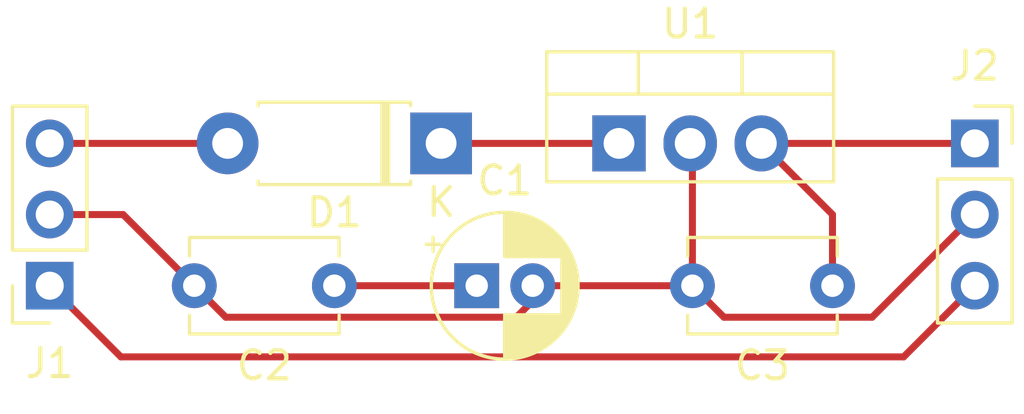
<source format=kicad_pcb>
(kicad_pcb (version 20211014) (generator pcbnew)
  (layers (0 "F.Cu" signal) (31 "B.Cu" signal) (34 "B.Paste" user) (35 "F.Paste" user) (36 "B.SilkS" user "B.Silkscreen") (37 "F.SilkS" user "F.Silkscreen") (38 "B.Mask" user) (39 "F.Mask" user) (44 "Edge.Cuts" user))
  (net 0 "")
  (net 1 "Net-(U1-Pad1)")
  (net 2 "Net-(J1-Pad2)")
  (net 3 "Net-(C3-Pad1)")
  (net 4 "Net-(J1-Pad3)")
  (net 5 "Net-(J1-Pad1)")
  (footprint "Capacitor_THT:CP_Radial_D5.0mm_P2.00mm" (layer "F.Cu") (at 101.6 43.18)
    (fp_text reference "C1" (at 1 -3.75) (layer "F.SilkS"))
    (fp_text value "10uF")
    (fp_line (start 2.561 -2.065) (end 2.561 -1.04) (layer "F.SilkS") (width 0.12))
    (fp_line (start 2.041 -2.365) (end 2.041 -1.04) (layer "F.SilkS") (width 0.12))
    (fp_line (start 2.361 1.04) (end 2.361 2.2) (layer "F.SilkS") (width 0.12))
    (fp_line (start 1.32 1.04) (end 1.32 2.561) (layer "F.SilkS") (width 0.12))
    (fp_line (start 2.041 1.04) (end 2.041 2.365) (layer "F.SilkS") (width 0.12))
    (fp_line (start 1.6 1.04) (end 1.6 2.511) (layer "F.SilkS") (width 0.12))
    (fp_line (start 1.48 1.04) (end 1.48 2.536) (layer "F.SilkS") (width 0.12))
    (fp_line (start 1.961 1.04) (end 1.961 2.398) (layer "F.SilkS") (width 0.12))
    (fp_line (start 2.801 1.04) (end 2.801 1.864) (layer "F.SilkS") (width 0.12))
    (fp_line (start 2.761 -1.901) (end 2.761 -1.04) (layer "F.SilkS") (width 0.12))
    (fp_line (start 1.56 1.04) (end 1.56 2.52) (layer "F.SilkS") (width 0.12))
    (fp_line (start 1.6 -2.511) (end 1.6 -1.04) (layer "F.SilkS") (width 0.12))
    (fp_line (start 1.921 -2.414) (end 1.921 -1.04) (layer "F.SilkS") (width 0.12))
    (fp_line (start 3.001 -1.653) (end 3.001 -1.04) (layer "F.SilkS") (width 0.12))
    (fp_line (start 1 1.04) (end 1 2.58) (layer "F.SilkS") (width 0.12))
    (fp_line (start 1.721 1.04) (end 1.721 2.48) (layer "F.SilkS") (width 0.12))
    (fp_line (start 3.441 -0.915) (end 3.441 0.915) (layer "F.SilkS") (width 0.12))
    (fp_line (start 3.041 -1.605) (end 3.041 1.605) (layer "F.SilkS") (width 0.12))
    (fp_line (start 1.44 -2.543) (end 1.44 -1.04) (layer "F.SilkS") (width 0.12))
    (fp_line (start 3.561 -0.518) (end 3.561 0.518) (layer "F.SilkS") (width 0.12))
    (fp_line (start 1.761 -2.468) (end 1.761 -1.04) (layer "F.SilkS") (width 0.12))
    (fp_line (start 1.841 -2.442) (end 1.841 -1.04) (layer "F.SilkS") (width 0.12))
    (fp_line (start 3.081 -1.554) (end 3.081 1.554) (layer "F.SilkS") (width 0.12))
    (fp_line (start 1.04 1.04) (end 1.04 2.58) (layer "F.SilkS") (width 0.12))
    (fp_line (start 1.32 -2.561) (end 1.32 -1.04) (layer "F.SilkS") (width 0.12))
    (fp_line (start 1.801 1.04) (end 1.801 2.455) (layer "F.SilkS") (width 0.12))
    (fp_line (start 1.56 -2.52) (end 1.56 -1.04) (layer "F.SilkS") (width 0.12))
    (fp_line (start 3.281 -1.251) (end 3.281 1.251) (layer "F.SilkS") (width 0.12))
    (fp_line (start 1.64 -2.501) (end 1.64 -1.04) (layer "F.SilkS") (width 0.12))
    (fp_line (start 3.321 -1.178) (end 3.321 1.178) (layer "F.SilkS") (width 0.12))
    (fp_line (start 2.481 -2.122) (end 2.481 -1.04) (layer "F.SilkS") (width 0.12))
    (fp_line (start 2.201 -2.29) (end 2.201 -1.04) (layer "F.SilkS") (width 0.12))
    (fp_line (start 2.801 -1.864) (end 2.801 -1.04) (layer "F.SilkS") (width 0.12))
    (fp_line (start 2.761 1.04) (end 2.761 1.901) (layer "F.SilkS") (width 0.12))
    (fp_line (start 1.12 -2.578) (end 1.12 -1.04) (layer "F.SilkS") (width 0.12))
    (fp_line (start 1.24 -2.569) (end 1.24 -1.04) (layer "F.SilkS") (width 0.12))
    (fp_line (start 3.201 -1.383) (end 3.201 1.383) (layer "F.SilkS") (width 0.12))
    (fp_line (start 3.241 -1.319) (end 3.241 1.319) (layer "F.SilkS") (width 0.12))
    (fp_line (start 2.881 1.04) (end 2.881 1.785) (layer "F.SilkS") (width 0.12))
    (fp_line (start 2.921 1.04) (end 2.921 1.743) (layer "F.SilkS") (width 0.12))
    (fp_line (start 1.801 -2.455) (end 1.801 -1.04) (layer "F.SilkS") (width 0.12))
    (fp_line (start 1.4 1.04) (end 1.4 2.55) (layer "F.SilkS") (width 0.12))
    (fp_line (start 2.601 -2.035) (end 2.601 -1.04) (layer "F.SilkS") (width 0.12))
    (fp_line (start 2.081 -2.348) (end 2.081 -1.04) (layer "F.SilkS") (width 0.12))
    (fp_line (start 2.881 -1.785) (end 2.881 -1.04) (layer "F.SilkS") (width 0.12))
    (fp_line (start 1.44 1.04) (end 1.44 2.543) (layer "F.SilkS") (width 0.12))
    (fp_line (start -1.554775 -1.725) (end -1.554775 -1.225) (layer "F.SilkS") (width 0.12))
    (fp_line (start 2.321 -2.224) (end 2.321 -1.04) (layer "F.SilkS") (width 0.12))
    (fp_line (start 1.2 -2.573) (end 1.2 -1.04) (layer "F.SilkS") (width 0.12))
    (fp_line (start 3.001 1.04) (end 3.001 1.653) (layer "F.SilkS") (width 0.12))
    (fp_line (start 2.001 -2.382) (end 2.001 -1.04) (layer "F.SilkS") (width 0.12))
    (fp_line (start 1.52 -2.528) (end 1.52 -1.04) (layer "F.SilkS") (width 0.12))
    (fp_line (start 1.721 -2.48) (end 1.721 -1.04) (layer "F.SilkS") (width 0.12))
    (fp_line (start 3.401 -1.011) (end 3.401 1.011) (layer "F.SilkS") (width 0.12))
    (fp_line (start 2.561 1.04) (end 2.561 2.065) (layer "F.SilkS") (width 0.12))
    (fp_line (start 2.721 1.04) (end 2.721 1.937) (layer "F.SilkS") (width 0.12))
    (fp_line (start 2.001 1.04) (end 2.001 2.382) (layer "F.SilkS") (width 0.12))
    (fp_line (start 2.241 1.04) (end 2.241 2.268) (layer "F.SilkS") (width 0.12))
    (fp_line (start 2.281 1.04) (end 2.281 2.247) (layer "F.SilkS") (width 0.12))
    (fp_line (start 2.121 1.04) (end 2.121 2.329) (layer "F.SilkS") (width 0.12))
    (fp_line (start -1.804775 -1.475) (end -1.304775 -1.475) (layer "F.SilkS") (width 0.12))
    (fp_line (start 2.401 1.04) (end 2.401 2.175) (layer "F.SilkS") (width 0.12))
    (fp_line (start 2.521 -2.095) (end 2.521 -1.04) (layer "F.SilkS") (width 0.12))
    (fp_line (start 3.481 -0.805) (end 3.481 0.805) (layer "F.SilkS") (width 0.12))
    (fp_line (start 1.12 1.04) (end 1.12 2.578) (layer "F.SilkS") (width 0.12))
    (fp_line (start 2.681 1.04) (end 2.681 1.971) (layer "F.SilkS") (width 0.12))
    (fp_line (start 2.721 -1.937) (end 2.721 -1.04) (layer "F.SilkS") (width 0.12))
    (fp_line (start 2.961 1.04) (end 2.961 1.699) (layer "F.SilkS") (width 0.12))
    (fp_line (start 2.161 -2.31) (end 2.161 -1.04) (layer "F.SilkS") (width 0.12))
    (fp_line (start 1.16 -2.576) (end 1.16 -1.04) (layer "F.SilkS") (width 0.12))
    (fp_line (start 1.08 1.04) (end 1.08 2.579) (layer "F.SilkS") (width 0.12))
    (fp_line (start 1.961 -2.398) (end 1.961 -1.04) (layer "F.SilkS") (width 0.12))
    (fp_line (start 3.161 -1.443) (end 3.161 1.443) (layer "F.SilkS") (width 0.12))
    (fp_line (start 1.36 1.04) (end 1.36 2.556) (layer "F.SilkS") (width 0.12))
    (fp_line (start 2.321 1.04) (end 2.321 2.224) (layer "F.SilkS") (width 0.12))
    (fp_line (start 2.521 1.04) (end 2.521 2.095) (layer "F.SilkS") (width 0.12))
    (fp_line (start 2.961 -1.699) (end 2.961 -1.04) (layer "F.SilkS") (width 0.12))
    (fp_line (start 1.881 -2.428) (end 1.881 -1.04) (layer "F.SilkS") (width 0.12))
    (fp_line (start 3.601 -0.284) (end 3.601 0.284) (layer "F.SilkS") (width 0.12))
    (fp_line (start 1.2 1.04) (end 1.2 2.573) (layer "F.SilkS") (width 0.12))
    (fp_line (start 2.641 1.04) (end 2.641 2.004) (layer "F.SilkS") (width 0.12))
    (fp_line (start 3.361 -1.098) (end 3.361 1.098) (layer "F.SilkS") (width 0.12))
    (fp_line (start 1.64 1.04) (end 1.64 2.501) (layer "F.SilkS") (width 0.12))
    (fp_line (start 1.48 -2.536) (end 1.48 -1.04) (layer "F.SilkS") (width 0.12))
    (fp_line (start 3.121 -1.5) (end 3.121 1.5) (layer "F.SilkS") (width 0.12))
    (fp_line (start 1.881 1.04) (end 1.881 2.428) (layer "F.SilkS") (width 0.12))
    (fp_line (start 1.28 -2.565) (end 1.28 -1.04) (layer "F.SilkS") (width 0.12))
    (fp_line (start 2.841 -1.826) (end 2.841 -1.04) (layer "F.SilkS") (width 0.12))
    (fp_line (start 2.481 1.04) (end 2.481 2.122) (layer "F.SilkS") (width 0.12))
    (fp_line (start 2.121 -2.329) (end 2.121 -1.04) (layer "F.SilkS") (width 0.12))
    (fp_line (start 2.641 -2.004) (end 2.641 -1.04) (layer "F.SilkS") (width 0.12))
    (fp_line (start 2.241 -2.268) (end 2.241 -1.04) (layer "F.SilkS") (width 0.12))
    (fp_line (start 1.28 1.04) (end 1.28 2.565) (layer "F.SilkS") (width 0.12))
    (fp_line (start 1.16 1.04) (end 1.16 2.576) (layer "F.SilkS") (width 0.12))
    (fp_line (start 1.921 1.04) (end 1.921 2.414) (layer "F.SilkS") (width 0.12))
    (fp_line (start 2.601 1.04) (end 2.601 2.035) (layer "F.SilkS") (width 0.12))
    (fp_line (start 1.24 1.04) (end 1.24 2.569) (layer "F.SilkS") (width 0.12))
    (fp_line (start 1 -2.58) (end 1 -1.04) (layer "F.SilkS") (width 0.12))
    (fp_line (start 2.161 1.04) (end 2.161 2.31) (layer "F.SilkS") (width 0.12))
    (fp_line (start 2.201 1.04) (end 2.201 2.29) (layer "F.SilkS") (width 0.12))
    (fp_line (start 2.361 -2.2) (end 2.361 -1.04) (layer "F.SilkS") (width 0.12))
    (fp_line (start 2.081 1.04) (end 2.081 2.348) (layer "F.SilkS") (width 0.12))
    (fp_line (start 1.52 1.04) (end 1.52 2.528) (layer "F.SilkS") (width 0.12))
    (fp_line (start 1.36 -2.556) (end 1.36 -1.04) (layer "F.SilkS") (width 0.12))
    (fp_line (start 3.521 -0.677) (end 3.521 0.677) (layer "F.SilkS") (width 0.12))
    (fp_line (start 2.441 1.04) (end 2.441 2.149) (layer "F.SilkS") (width 0.12))
    (fp_line (start 1.08 -2.579) (end 1.08 -1.04) (layer "F.SilkS") (width 0.12))
    (fp_line (start 2.441 -2.149) (end 2.441 -1.04) (layer "F.SilkS") (width 0.12))
    (fp_line (start 2.401 -2.175) (end 2.401 -1.04) (layer "F.SilkS") (width 0.12))
    (fp_line (start 1.761 1.04) (end 1.761 2.468) (layer "F.SilkS") (width 0.12))
    (fp_line (start 1.68 1.04) (end 1.68 2.491) (layer "F.SilkS") (width 0.12))
    (fp_line (start 2.281 -2.247) (end 2.281 -1.04) (layer "F.SilkS") (width 0.12))
    (fp_line (start 2.681 -1.971) (end 2.681 -1.04) (layer "F.SilkS") (width 0.12))
    (fp_line (start 1.68 -2.491) (end 1.68 -1.04) (layer "F.SilkS") (width 0.12))
    (fp_line (start 2.841 1.04) (end 2.841 1.826) (layer "F.SilkS") (width 0.12))
    (fp_line (start 2.921 -1.743) (end 2.921 -1.04) (layer "F.SilkS") (width 0.12))
    (fp_line (start 1.4 -2.55) (end 1.4 -1.04) (layer "F.SilkS") (width 0.12))
    (fp_line (start 1.841 1.04) (end 1.841 2.442) (layer "F.SilkS") (width 0.12))
    (fp_line (start 1.04 -2.58) (end 1.04 -1.04) (layer "F.SilkS") (width 0.12))
    (fp_circle (center 1 0) (end 3.62 0) (layer "F.SilkS") (width 0.12) (fill none))
    (pad "1" thru_hole rect locked (at 0 0) (size 1.6 1.6) (drill 0.8) (layers *.Cu *.Mask) (net 1 "Net-(U1-Pad1)"))
    (pad "2" thru_hole circle locked (at 2 0) (size 1.6 1.6) (drill 0.8) (layers *.Cu *.Mask) (net 2 "Net-(J1-Pad2)"))
  )
  (footprint "Connector_PinSocket_2.54mm:PinSocket_1x03_P2.54mm_Vertical" (layer "F.Cu") (at 86.36 43.18 180)
    (fp_text reference "J1" (at 0 -2.77) (layer "F.SilkS"))
    (fp_text value "In")
    (fp_line (start 0 -1.33) (end 1.33 -1.33) (layer "F.SilkS") (width 0.12))
    (fp_line (start 1.33 1.27) (end 1.33 6.41) (layer "F.SilkS") (width 0.12))
    (fp_line (start -1.33 1.27) (end -1.33 6.41) (layer "F.SilkS") (width 0.12))
    (fp_line (start 1.33 -1.33) (end 1.33 0) (layer "F.SilkS") (width 0.12))
    (fp_line (start -1.33 6.41) (end 1.33 6.41) (layer "F.SilkS") (width 0.12))
    (fp_line (start -1.33 1.27) (end 1.33 1.27) (layer "F.SilkS") (width 0.12))
    (pad "1" thru_hole rect locked (at 0 0 180) (size 1.7 1.7) (drill 1) (layers *.Cu *.Mask) (net 5 "Net-(J1-Pad1)"))
    (pad "2" thru_hole oval locked (at 0 2.54 180) (size 1.7 1.7) (drill 1) (layers *.Cu *.Mask) (net 2 "Net-(J1-Pad2)"))
    (pad "3" thru_hole oval locked (at 0 5.08 180) (size 1.7 1.7) (drill 1) (layers *.Cu *.Mask) (net 4 "Net-(J1-Pad3)"))
  )
  (footprint "Capacitor_THT:C_Disc_D5.1mm_W3.2mm_P5.00mm" (layer "F.Cu") (at 96.52 43.18 180)
    (fp_text reference "C2" (at 2.5 -2.85) (layer "F.SilkS"))
    (fp_text value "100nF")
    (fp_line (start -0.17 -1.721) (end 5.17 -1.721) (layer "F.SilkS") (width 0.12))
    (fp_line (start -0.17 1.055) (end -0.17 1.721) (layer "F.SilkS") (width 0.12))
    (fp_line (start -0.17 -1.721) (end -0.17 -1.055) (layer "F.SilkS") (width 0.12))
    (fp_line (start 5.17 1.055) (end 5.17 1.721) (layer "F.SilkS") (width 0.12))
    (fp_line (start -0.17 1.721) (end 5.17 1.721) (layer "F.SilkS") (width 0.12))
    (fp_line (start 5.17 -1.721) (end 5.17 -1.055) (layer "F.SilkS") (width 0.12))
    (pad "1" thru_hole circle locked (at 0 0 180) (size 1.6 1.6) (drill 0.8) (layers *.Cu *.Mask) (net 1 "Net-(U1-Pad1)"))
    (pad "2" thru_hole circle locked (at 5 0 180) (size 1.6 1.6) (drill 0.8) (layers *.Cu *.Mask) (net 2 "Net-(J1-Pad2)"))
  )
  (footprint "Diode_THT:D_DO-41_SOD81_P7.62mm_Horizontal" (layer "F.Cu") (at 100.33 38.1 180)
    (fp_text reference "D1" (at 3.81 -2.47) (layer "F.SilkS"))
    (fp_text value "D")
    (fp_text user "K" (at 0 -2.1) (layer "F.SilkS"))
    (fp_line (start 1.09 1.47) (end 6.53 1.47) (layer "F.SilkS") (width 0.12))
    (fp_line (start 6.53 1.47) (end 6.53 1.34) (layer "F.SilkS") (width 0.12))
    (fp_line (start 1.87 -1.47) (end 1.87 1.47) (layer "F.SilkS") (width 0.12))
    (fp_line (start 1.09 1.34) (end 1.09 1.47) (layer "F.SilkS") (width 0.12))
    (fp_line (start 1.09 -1.34) (end 1.09 -1.47) (layer "F.SilkS") (width 0.12))
    (fp_line (start 1.09 -1.47) (end 6.53 -1.47) (layer "F.SilkS") (width 0.12))
    (fp_line (start 1.99 -1.47) (end 1.99 1.47) (layer "F.SilkS") (width 0.12))
    (fp_line (start 6.53 -1.47) (end 6.53 -1.34) (layer "F.SilkS") (width 0.12))
    (fp_line (start 2.11 -1.47) (end 2.11 1.47) (layer "F.SilkS") (width 0.12))
    (pad "1" thru_hole rect locked (at 0 0 180) (size 2.2 2.2) (drill 1.1) (layers *.Cu *.Mask) (net 1 "Net-(U1-Pad1)"))
    (pad "2" thru_hole oval locked (at 7.62 0 180) (size 2.2 2.2) (drill 1.1) (layers *.Cu *.Mask) (net 4 "Net-(J1-Pad3)"))
  )
  (footprint "Connector_PinSocket_2.54mm:PinSocket_1x03_P2.54mm_Vertical" (layer "F.Cu") (at 119.38 38.1)
    (fp_text reference "J2" (at 0 -2.77) (layer "F.SilkS"))
    (fp_text value "Out")
    (fp_line (start 0 -1.33) (end 1.33 -1.33) (layer "F.SilkS") (width 0.12))
    (fp_line (start 1.33 1.27) (end 1.33 6.41) (layer "F.SilkS") (width 0.12))
    (fp_line (start -1.33 6.41) (end 1.33 6.41) (layer "F.SilkS") (width 0.12))
    (fp_line (start -1.33 1.27) (end -1.33 6.41) (layer "F.SilkS") (width 0.12))
    (fp_line (start 1.33 -1.33) (end 1.33 0) (layer "F.SilkS") (width 0.12))
    (fp_line (start -1.33 1.27) (end 1.33 1.27) (layer "F.SilkS") (width 0.12))
    (pad "1" thru_hole rect locked (at 0 0) (size 1.7 1.7) (drill 1) (layers *.Cu *.Mask) (net 3 "Net-(C3-Pad1)"))
    (pad "2" thru_hole oval locked (at 0 2.54) (size 1.7 1.7) (drill 1) (layers *.Cu *.Mask) (net 2 "Net-(J1-Pad2)"))
    (pad "3" thru_hole oval locked (at 0 5.08) (size 1.7 1.7) (drill 1) (layers *.Cu *.Mask) (net 5 "Net-(J1-Pad1)"))
  )
  (footprint "Capacitor_THT:C_Disc_D5.1mm_W3.2mm_P5.00mm" (layer "F.Cu") (at 114.3 43.18 180)
    (fp_text reference "C3" (at 2.5 -2.85) (layer "F.SilkS"))
    (fp_text value "100nF")
    (fp_line (start -0.17 1.721) (end 5.17 1.721) (layer "F.SilkS") (width 0.12))
    (fp_line (start 5.17 -1.721) (end 5.17 -1.055) (layer "F.SilkS") (width 0.12))
    (fp_line (start -0.17 -1.721) (end 5.17 -1.721) (layer "F.SilkS") (width 0.12))
    (fp_line (start -0.17 1.055) (end -0.17 1.721) (layer "F.SilkS") (width 0.12))
    (fp_line (start -0.17 -1.721) (end -0.17 -1.055) (layer "F.SilkS") (width 0.12))
    (fp_line (start 5.17 1.055) (end 5.17 1.721) (layer "F.SilkS") (width 0.12))
    (pad "1" thru_hole circle locked (at 0 0 180) (size 1.6 1.6) (drill 0.8) (layers *.Cu *.Mask) (net 3 "Net-(C3-Pad1)"))
    (pad "2" thru_hole circle locked (at 5 0 180) (size 1.6 1.6) (drill 0.8) (layers *.Cu *.Mask) (net 2 "Net-(J1-Pad2)"))
  )
  (footprint "Package_TO_SOT_THT:TO-220-3_Vertical" (layer "F.Cu") (at 106.68 38.1)
    (fp_text reference "U1" (at 2.54 -4.27) (layer "F.SilkS"))
    (fp_text value "L7805")
    (fp_line (start -2.58 -3.27) (end 7.66 -3.27) (layer "F.SilkS") (width 0.12))
    (fp_line (start -2.58 -1.76) (end 7.66 -1.76) (layer "F.SilkS") (width 0.12))
    (fp_line (start 0.69 -3.27) (end 0.69 -1.76) (layer "F.SilkS") (width 0.12))
    (fp_line (start 4.391 -3.27) (end 4.391 -1.76) (layer "F.SilkS") (width 0.12))
    (fp_line (start -2.58 -3.27) (end -2.58 1.371) (layer "F.SilkS") (width 0.12))
    (fp_line (start -2.58 1.371) (end 7.66 1.371) (layer "F.SilkS") (width 0.12))
    (fp_line (start 7.66 -3.27) (end 7.66 1.371) (layer "F.SilkS") (width 0.12))
    (pad "1" thru_hole rect locked (at 0 0) (size 1.905 2) (drill 1.1) (layers *.Cu *.Mask) (net 1 "Net-(U1-Pad1)"))
    (pad "2" thru_hole oval locked (at 2.54 0) (size 1.905 2) (drill 1.1) (layers *.Cu *.Mask) (net 2 "Net-(J1-Pad2)"))
    (pad "3" thru_hole oval locked (at 5.08 0) (size 1.905 2) (drill 1.1) (layers *.Cu *.Mask) (net 3 "Net-(C3-Pad1)"))
  )
  (segment (start 100.33 38.1) (end 106.68 38.1) (width 0.25) (layer "F.Cu") (net 1))
  (segment (start 96.52 43.18) (end 101.6 43.18) (width 0.25) (layer "F.Cu") (net 1))
  (segment (start 103.6 43.18) (end 109.3 43.18) (width 0.25) (layer "F.Cu") (net 2))
  (segment (start 109.3 43.18) (end 109.3 38.18) (width 0.25) (layer "F.Cu") (net 2))
  (segment (start 92.644511 44.304511) (end 103.015489 44.304511) (width 0.25) (layer "F.Cu") (net 2))
  (segment (start 109.3 43.18) (end 110.424511 44.304511) (width 0.25) (layer "F.Cu") (net 2))
  (segment (start 88.98 40.64) (end 91.52 43.18) (width 0.25) (layer "F.Cu") (net 2))
  (segment (start 109.3 38.18) (end 109.22 38.1) (width 0.25) (layer "F.Cu") (net 2))
  (segment (start 110.424511 44.304511) (end 115.715489 44.304511) (width 0.25) (layer "F.Cu") (net 2))
  (segment (start 91.52 43.18) (end 92.644511 44.304511) (width 0.25) (layer "F.Cu") (net 2))
  (segment (start 103.6 43.72) (end 103.6 43.18) (width 0.25) (layer "F.Cu") (net 2))
  (segment (start 103.015489 44.304511) (end 103.6 43.72) (width 0.25) (layer "F.Cu") (net 2))
  (segment (start 115.715489 44.304511) (end 119.38 40.64) (width 0.25) (layer "F.Cu") (net 2))
  (segment (start 86.36 40.64) (end 88.98 40.64) (width 0.25) (layer "F.Cu") (net 2))
  (segment (start 114.3 43.18) (end 114.3 40.64) (width 0.25) (layer "F.Cu") (net 3))
  (segment (start 111.76 38.1) (end 119.38 38.1) (width 0.25) (layer "F.Cu") (net 3))
  (segment (start 114.3 40.64) (end 111.76 38.1) (width 0.25) (layer "F.Cu") (net 3))
  (segment (start 86.36 38.1) (end 92.71 38.1) (width 0.25) (layer "F.Cu") (net 4))
  (segment (start 119.38 43.18) (end 116.84 45.72) (width 0.25) (layer "F.Cu") (net 5))
  (segment (start 116.84 45.72) (end 88.9 45.72) (width 0.25) (layer "F.Cu") (net 5))
  (segment (start 88.9 45.72) (end 86.36 43.18) (width 0.25) (layer "F.Cu") (net 5))
)
</source>
